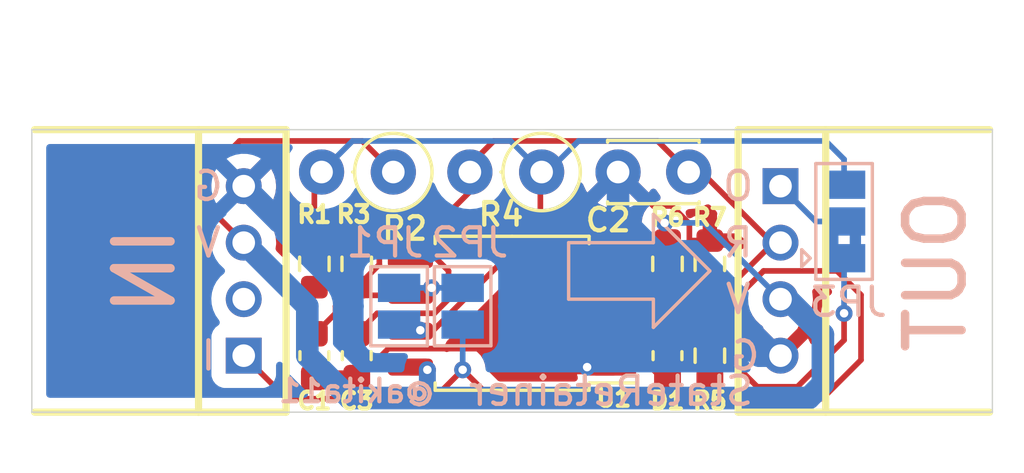
<source format=kicad_pcb>
(kicad_pcb (version 20211014) (generator pcbnew)
  (layers (0 "F.Cu" signal) (31 "B.Cu" signal) (34 "B.Paste" user) (35 "F.Paste" user) (36 "B.SilkS" user "B.Silkscreen") (37 "F.SilkS" user "F.Silkscreen") (38 "B.Mask" user) (39 "F.Mask" user) (44 "Edge.Cuts" user))
  (net 0 "")
  (net 1 "/RST")
  (net 2 "GND")
  (net 3 "Net-(C3-Pad1)")
  (net 4 "/IN")
  (net 6 "VCC")
  (net 7 "/OUT")
  (net 8 "Net-(D1-Pad2)")
  (net 9 "Net-(CN2-Pad1)")
  (net 10 "Net-(JP1-Pad2)")
  (footprint "akita:CON_GROVE_H" (layer "F.Cu") (at 26.5 5 -90)
    (fp_text reference "CN2" hide)
    (fp_text value "CON_GROVE")
    (fp_line (start 5 -1.6) (end 5 -7.4) (layer "F.SilkS") (width 0.254))
    (fp_line (start -5 -7.4) (end -5 -1.6) (layer "F.SilkS") (width 0.254))
    (fp_line (start -5 -1) (end -5 1) (layer "F.SilkS") (width 0.127))
    (fp_line (start -5 -1.6) (end -5 1.5) (layer "F.SilkS") (width 0.254))
    (fp_line (start -5 1.5) (end 5 1.5) (layer "F.SilkS") (width 0.254))
    (fp_line (start 5 1.5) (end 5 -1.6) (layer "F.SilkS") (width 0.254))
    (fp_line (start -5 -1.6) (end 5 -1.6) (layer "F.SilkS") (width 0.254))
    (pad "1" thru_hole rect (at -3 0 270) (size 1.27 1.27) (drill 0.8) (layers *.Cu *.Mask) (net 9 "Net-(CN2-Pad1)"))
    (pad "2" thru_hole circle (at -1 0 270) (size 1.27 1.27) (drill 0.8) (layers *.Cu *.Mask) (net 1 "/RST"))
    (pad "3" thru_hole circle (at 1 0 270) (size 1.27 1.27) (drill 0.8) (layers *.Cu *.Mask) (net 6 "VCC"))
    (pad "4" thru_hole circle (at 3 0 270) (size 1.27 1.27) (drill 0.8) (layers *.Cu *.Mask) (net 2 "GND"))
  )
  (footprint "Resistor_SMD:R_0603_1608Metric" (layer "F.Cu") (at 11.5 4.75 -90)
    (fp_text reference "R2" (at -1.25 -1.7) (layer "F.SilkS") (effects (font (size 0.8 0.8))))
    (fp_text value "R")
    (fp_line (start -0.237258 0.5225) (end 0.237258 0.5225) (layer "F.SilkS") (width 0.12))
    (fp_line (start -0.237258 -0.5225) (end 0.237258 -0.5225) (layer "F.SilkS") (width 0.12))
    (pad "1" smd roundrect locked (at -0.825 0 270) (size 0.8 0.95) (layers "F.Cu" "F.Paste" "F.Mask") (net 10 "Net-(JP1-Pad2)"))
    (pad "2" smd roundrect locked (at 0.825 0 270) (size 0.8 0.95) (layers "F.Cu" "F.Paste" "F.Mask") (net 1 "/RST"))
  )
  (footprint "Resistor_THT:R_Axial_DIN0207_L6.3mm_D2.5mm_P2.54mm_Vertical" (layer "F.Cu") (at 12.795 1.5 180)
    (fp_text reference "R3" (at 1.405 -1.5) (layer "F.SilkS") (effects (font (size 0.6 0.6))))
    (fp_text value "R")
    (fp_line (start 1.37 0) (end 1.44 0) (layer "F.SilkS") (width 0.12))
    (fp_circle (center 0 0) (end 1.37 0) (layer "F.SilkS") (width 0.12) (fill none))
    (pad "1" thru_hole circle locked (at 0 0 180) (size 1.6 1.6) (drill 0.8) (layers *.Cu *.Mask) (net 6 "VCC"))
    (pad "2" thru_hole oval locked (at 2.54 0 180) (size 1.6 1.6) (drill 0.8) (layers *.Cu *.Mask) (net 10 "Net-(JP1-Pad2)"))
  )
  (footprint "Resistor_SMD:R_0603_1608Metric" (layer "F.Cu") (at 22.5 4.75 -90)
    (fp_text reference "R6" (at -1.65 0 180) (layer "F.SilkS") (effects (font (size 0.6 0.6))))
    (fp_text value "10k")
    (fp_line (start -0.237258 -0.5225) (end 0.237258 -0.5225) (layer "F.SilkS") (width 0.12))
    (fp_line (start -0.237258 0.5225) (end 0.237258 0.5225) (layer "F.SilkS") (width 0.12))
    (pad "1" smd roundrect locked (at -0.825 0 270) (size 0.8 0.95) (layers "F.Cu" "F.Paste" "F.Mask") (net 6 "VCC"))
    (pad "2" smd roundrect locked (at 0.825 0 270) (size 0.8 0.95) (layers "F.Cu" "F.Paste" "F.Mask") (net 4 "/IN"))
  )
  (footprint "Resistor_THT:R_Axial_DIN0207_L6.3mm_D2.5mm_P2.54mm_Vertical" (layer "F.Cu") (at 18.045 1.5 180)
    (fp_text reference "R4" (at 1.44 -1.5) (layer "F.SilkS") (effects (font (size 0.8 0.8))))
    (fp_text value "R")
    (fp_line (start 1.37 0) (end 1.44 0) (layer "F.SilkS") (width 0.12))
    (fp_circle (center 0 0) (end 1.37 0) (layer "F.SilkS") (width 0.12) (fill none))
    (pad "1" thru_hole circle locked (at 0 0 180) (size 1.6 1.6) (drill 0.8) (layers *.Cu *.Mask) (net 10 "Net-(JP1-Pad2)"))
    (pad "2" thru_hole oval locked (at 2.54 0 180) (size 1.6 1.6) (drill 0.8) (layers *.Cu *.Mask) (net 1 "/RST"))
  )
  (footprint "Capacitor_SMD:C_0603_1608Metric" (layer "F.Cu") (at 11.5 8 -90)
    (fp_text reference "C3" (at 1.6 0) (layer "F.SilkS") (effects (font (size 0.6 0.6))))
    (fp_text value "0.1u")
    (fp_line (start -0.14058 -0.51) (end 0.14058 -0.51) (layer "F.SilkS") (width 0.12))
    (fp_line (start -0.14058 0.51) (end 0.14058 0.51) (layer "F.SilkS") (width 0.12))
    (pad "1" smd roundrect locked (at -0.775 0 270) (size 0.9 0.95) (layers "F.Cu" "F.Paste" "F.Mask") (net 3 "Net-(C3-Pad1)"))
    (pad "2" smd roundrect locked (at 0.775 0 270) (size 0.9 0.95) (layers "F.Cu" "F.Paste" "F.Mask") (net 2 "GND"))
  )
  (footprint "Capacitor_SMD:C_0603_1608Metric" (layer "F.Cu") (at 10 8 -90)
    (fp_text reference "C1" (at 1.6 0) (layer "F.SilkS") (effects (font (size 0.6 0.6))))
    (fp_text value "C")
    (fp_line (start -0.14058 0.51) (end 0.14058 0.51) (layer "F.SilkS") (width 0.12))
    (fp_line (start -0.14058 -0.51) (end 0.14058 -0.51) (layer "F.SilkS") (width 0.12))
    (pad "1" smd roundrect locked (at -0.775 0 270) (size 0.9 0.95) (layers "F.Cu" "F.Paste" "F.Mask") (net 1 "/RST"))
    (pad "2" smd roundrect locked (at 0.775 0 270) (size 0.9 0.95) (layers "F.Cu" "F.Paste" "F.Mask") (net 2 "GND"))
  )
  (footprint "Resistor_SMD:R_0603_1608Metric" (layer "F.Cu") (at 24 8 -90)
    (fp_text reference "R5" (at 1.6 0 180) (layer "F.SilkS") (effects (font (size 0.6 0.6))))
    (fp_text value "1k")
    (fp_line (start -0.237258 0.5225) (end 0.237258 0.5225) (layer "F.SilkS") (width 0.12))
    (fp_line (start -0.237258 -0.5225) (end 0.237258 -0.5225) (layer "F.SilkS") (width 0.12))
    (pad "1" smd roundrect locked (at -0.825 0 270) (size 0.8 0.95) (layers "F.Cu" "F.Paste" "F.Mask") (net 7 "/OUT"))
    (pad "2" smd roundrect locked (at 0.825 0 270) (size 0.8 0.95) (layers "F.Cu" "F.Paste" "F.Mask") (net 8 "Net-(D1-Pad2)"))
  )
  (footprint "Resistor_SMD:R_0603_1608Metric" (layer "F.Cu") (at 24 4.75 90)
    (fp_text reference "R7" (at 1.65 0 180) (layer "F.SilkS") (effects (font (size 0.6 0.6))))
    (fp_text value "10k")
    (fp_line (start -0.237258 0.5225) (end 0.237258 0.5225) (layer "F.SilkS") (width 0.12))
    (fp_line (start -0.237258 -0.5225) (end 0.237258 -0.5225) (layer "F.SilkS") (width 0.12))
    (pad "1" smd roundrect locked (at -0.825 0 90) (size 0.8 0.95) (layers "F.Cu" "F.Paste" "F.Mask") (net 1 "/RST"))
    (pad "2" smd roundrect locked (at 0.825 0 90) (size 0.8 0.95) (layers "F.Cu" "F.Paste" "F.Mask") (net 2 "GND"))
  )
  (footprint "Capacitor_SMD:C_0603_1608Metric" (layer "F.Cu") (at 22.5 8 90)
    (fp_text reference "D1" (at -1.6 0 180) (layer "F.SilkS") (effects (font (size 0.6 0.6))))
    (fp_text value "LED")
    (fp_line (start -0.14058 0.51) (end 0.14058 0.51) (layer "F.SilkS") (width 0.12))
    (fp_line (start -0.14058 -0.51) (end 0.14058 -0.51) (layer "F.SilkS") (width 0.12))
    (pad "1" smd roundrect locked (at -0.775 0 90) (size 0.9 0.95) (layers "F.Cu" "F.Paste" "F.Mask") (net 2 "GND"))
    (pad "2" smd roundrect locked (at 0.775 0 90) (size 0.9 0.95) (layers "F.Cu" "F.Paste" "F.Mask") (net 8 "Net-(D1-Pad2)"))
  )
  (footprint "Resistor_SMD:R_0603_1608Metric" (layer "F.Cu") (at 10 4.75 90)
    (fp_text reference "R1" (at 1.75 0) (layer "F.SilkS") (effects (font (size 0.6 0.6))))
    (fp_text value "R")
    (fp_line (start -0.237258 -0.5225) (end 0.237258 -0.5225) (layer "F.SilkS") (width 0.12))
    (fp_line (start -0.237258 0.5225) (end 0.237258 0.5225) (layer "F.SilkS") (width 0.12))
    (pad "1" smd roundrect locked (at -0.825 0 90) (size 0.8 0.95) (layers "F.Cu" "F.Paste" "F.Mask") (net 6 "VCC"))
    (pad "2" smd roundrect locked (at 0.825 0 90) (size 0.8 0.95) (layers "F.Cu" "F.Paste" "F.Mask") (net 10 "Net-(JP1-Pad2)"))
  )
  (footprint "Package_SO:SOIC-8_5.23x5.23mm_P1.27mm" (layer "F.Cu") (at 17 6.5 180)
    (fp_text reference "U1" (at -3.6 -3) (layer "F.SilkS") (effects (font (size 0.6 0.6))))
    (fp_text value "IC_555")
    (fp_line (start 0 2.725) (end -2.725 2.725) (layer "F.SilkS") (width 0.12))
    (fp_line (start 0 -2.725) (end 2.725 -2.725) (layer "F.SilkS") (width 0.12))
    (fp_line (start 2.725 2.725) (end 2.725 2.465) (layer "F.SilkS") (width 0.12))
    (fp_line (start -2.725 -2.725) (end -2.725 -2.465) (layer "F.SilkS") (width 0.12))
    (fp_line (start 0 -2.725) (end -2.725 -2.725) (layer "F.SilkS") (width 0.12))
    (fp_line (start 0 2.725) (end 2.725 2.725) (layer "F.SilkS") (width 0.12))
    (fp_line (start -2.725 -2.465) (end -4.4 -2.465) (layer "F.SilkS") (width 0.12))
    (fp_line (start -2.725 2.725) (end -2.725 2.465) (layer "F.SilkS") (width 0.12))
    (fp_line (start 2.725 -2.725) (end 2.725 -2.465) (layer "F.SilkS") (width 0.12))
    (pad "1" smd roundrect locked (at -3.6 -1.905 180) (size 1.6 0.6) (layers "F.Cu" "F.Paste" "F.Mask") (net 2 "GND"))
    (pad "2" smd roundrect locked (at -3.6 -0.635 180) (size 1.6 0.6) (layers "F.Cu" "F.Paste" "F.Mask") (net 4 "/IN"))
    (pad "3" smd roundrect locked (at -3.6 0.635 180) (size 1.6 0.6) (layers "F.Cu" "F.Paste" "F.Mask") (net 7 "/OUT"))
    (pad "4" smd roundrect locked (at -3.6 1.905 180) (size 1.6 0.6) (layers "F.Cu" "F.Paste" "F.Mask") (net 6 "VCC"))
    (pad "5" smd roundrect locked (at 3.6 1.905 180) (size 1.6 0.6) (layers "F.Cu" "F.Paste" "F.Mask") (net 3 "Net-(C3-Pad1)"))
    (pad "6" smd roundrect locked (at 3.6 0.635 180) (size 1.6 0.6) (layers "F.Cu" "F.Paste" "F.Mask") (net 1 "/RST"))
    (pad "7" smd roundrect locked (at 3.6 -0.635 180) (size 1.6 0.6) (layers "F.Cu" "F.Paste" "F.Mask") (net 10 "Net-(JP1-Pad2)"))
    (pad "8" smd roundrect locked (at 3.6 -1.905 180) (size 1.6 0.6) (layers "F.Cu" "F.Paste" "F.Mask") (net 6 "VCC"))
  )
  (footprint "akita:CON_GROVE_H" (layer "F.Cu") (at 7.5 5 90)
    (fp_text reference "CN1" hide)
    (fp_text value "CON_GROVE")
    (fp_line (start -5 -1.6) (end -5 1.5) (layer "F.SilkS") (width 0.254))
    (fp_line (start -5 1.5) (end 5 1.5) (layer "F.SilkS") (width 0.254))
    (fp_line (start -5 -1.6) (end 5 -1.6) (layer "F.SilkS") (width 0.254))
    (fp_line (start -5 -1) (end -5 1) (layer "F.SilkS") (width 0.127))
    (fp_line (start -5 -7.4) (end -5 -1.6) (layer "F.SilkS") (width 0.254))
    (fp_line (start 5 -1.6) (end 5 -7.4) (layer "F.SilkS") (width 0.254))
    (fp_line (start 5 1.5) (end 5 -1.6) (layer "F.SilkS") (width 0.254))
    (pad "1" thru_hole rect (at -3 0 90) (size 1.27 1.27) (drill 0.8) (layers *.Cu *.Mask) (net 4 "/IN"))
    (pad "2" thru_hole circle (at -1 0 90) (size 1.27 1.27) (drill 0.8) (layers *.Cu *.Mask))
    (pad "3" thru_hole circle (at 1 0 90) (size 1.27 1.27) (drill 0.8) (layers *.Cu *.Mask) (net 6 "VCC"))
    (pad "4" thru_hole circle (at 3 0 90) (size 1.27 1.27) (drill 0.8) (layers *.Cu *.Mask) (net 2 "GND"))
  )
  (footprint "Capacitor_THT:C_Disc_D3.0mm_W2.0mm_P2.50mm" (layer "F.Cu") (at 23.25 1.5 180)
    (fp_text reference "C2" (at 2.85 -1.7) (layer "F.SilkS") (effects (font (size 0.8 0.8))))
    (fp_text value "C")
    (fp_line (start 2.87 1.055) (end 2.87 1.12) (layer "F.SilkS") (width 0.12))
    (fp_line (start -0.37 -1.12) (end 2.87 -1.12) (layer "F.SilkS") (width 0.12))
    (fp_line (start -0.37 1.055) (end -0.37 1.12) (layer "F.SilkS") (width 0.12))
    (fp_line (start 2.87 -1.12) (end 2.87 -1.055) (layer "F.SilkS") (width 0.12))
    (fp_line (start -0.37 -1.12) (end -0.37 -1.055) (layer "F.SilkS") (width 0.12))
    (fp_line (start -0.37 1.12) (end 2.87 1.12) (layer "F.SilkS") (width 0.12))
    (pad "1" thru_hole circle locked (at 0 0 180) (size 1.6 1.6) (drill 0.8) (layers *.Cu *.Mask) (net 1 "/RST"))
    (pad "2" thru_hole circle locked (at 2.5 0 180) (size 1.6 1.6) (drill 0.8) (layers *.Cu *.Mask) (net 2 "GND"))
  )
  (footprint "Jumper:SolderJumper-3_P1.3mm_Bridged2Bar12_Pad1.0x1.5mm" (layer "B.Cu") (at 28.75 3.25 90)
    (fp_text reference "JP3" (at -2.85 0.15 180) (layer "B.SilkS") (effects (justify mirror)))
    (fp_text value "Jumper_3_Bridged12")
    (fp_poly (pts (xy -0.9 0.6) (xy -0.4 0.6) (xy -0.4 0.2) (xy -0.9 0.2)) (layer "B.Cu") (width 0) (fill solid))
    (fp_poly (pts (xy -0.9 -0.2) (xy -0.4 -0.2) (xy -0.4 -0.6) (xy -0.9 -0.6)) (layer "B.Cu") (width 0) (fill solid))
    (fp_line (start -2.05 -1) (end -2.05 1) (layer "B.SilkS") (width 0.12))
    (fp_line (start 2.05 1) (end 2.05 -1) (layer "B.SilkS") (width 0.12))
    (fp_line (start 2.05 -1) (end -2.05 -1) (layer "B.SilkS") (width 0.12))
    (fp_line (start -1.6 -1.5) (end -1 -1.5) (layer "B.SilkS") (width 0.12))
    (fp_line (start -1.3 -1.2) (end -1 -1.5) (layer "B.SilkS") (width 0.12))
    (fp_line (start -2.05 1) (end 2.05 1) (layer "B.SilkS") (width 0.12))
    (fp_line (start -1.3 -1.2) (end -1.6 -1.5) (layer "B.SilkS") (width 0.12))
    (pad "1" smd rect locked (at -1.3 0 90) (size 1 1.5) (layers "B.Cu" "B.Mask") (net 7 "/OUT"))
    (pad "2" smd rect locked (at 0 0 90) (size 1 1.5) (layers "B.Cu" "B.Mask") (net 9 "Net-(CN2-Pad1)"))
    (pad "3" smd rect locked (at 1.3 0 90) (size 1 1.5) (layers "B.Cu" "B.Mask") (net 10 "Net-(JP1-Pad2)"))
  )
  (footprint "Jumper:SolderJumper-2_P1.3mm_Open_Pad1.0x1.5mm" (layer "B.Cu") (at 15.25 6.25 -90)
    (fp_text reference "JP2" (at -2.25 -0.25) (layer "B.SilkS") (effects (justify mirror)))
    (fp_text value "Jumper_2_Open")
    (fp_line (start 1.4 -1) (end -1.4 -1) (layer "B.SilkS") (width 0.12))
    (fp_line (start -1.4 1) (end 1.4 1) (layer "B.SilkS") (width 0.12))
    (fp_line (start 1.4 1) (end 1.4 -1) (layer "B.SilkS") (width 0.12))
    (fp_line (start -1.4 -1) (end -1.4 1) (layer "B.SilkS") (width 0.12))
    (pad "1" smd rect locked (at -0.65 0 270) (size 1 1.5) (layers "B.Cu" "B.Mask") (net 1 "/RST"))
    (pad "2" smd rect locked (at 0.65 0 270) (size 1 1.5) (layers "B.Cu" "B.Mask") (net 4 "/IN"))
  )
  (footprint "Jumper:SolderJumper-2_P1.3mm_Open_Pad1.0x1.5mm" (layer "B.Cu") (at 13 6.25 -90)
    (fp_text reference "JP1" (at -2.25 0.5 180) (layer "B.SilkS") (effects (justify mirror)))
    (fp_text value "Jumper_2_Open")
    (fp_line (start -1.4 -1) (end -1.4 1) (layer "B.SilkS") (width 0.12))
    (fp_line (start -1.4 1) (end 1.4 1) (layer "B.SilkS") (width 0.12))
    (fp_line (start 1.4 1) (end 1.4 -1) (layer "B.SilkS") (width 0.12))
    (fp_line (start 1.4 -1) (end -1.4 -1) (layer "B.SilkS") (width 0.12))
    (pad "1" smd rect locked (at -0.65 0 270) (size 1 1.5) (layers "B.Cu" "B.Mask") (net 1 "/RST"))
    (pad "2" smd rect locked (at 0.65 0 270) (size 1 1.5) (layers "B.Cu" "B.Mask") (net 10 "Net-(JP1-Pad2)"))
  )
  (gr_line (start 24 5) (end 22 7) (layer "B.SilkS") (width 0.12))
  (gr_line (start 19 4) (end 22 4) (layer "B.SilkS") (width 0.12))
  (gr_line (start 22 6) (end 19 6) (layer "B.SilkS") (width 0.12))
  (gr_line (start 22 7) (end 22 6) (layer "B.SilkS") (width 0.12))
  (gr_line (start 22 3) (end 24 5) (layer "B.SilkS") (width 0.12))
  (gr_line (start 22 4) (end 22 3) (layer "B.SilkS") (width 0.12))
  (gr_line (start 19 6) (end 19 4) (layer "B.SilkS") (width 0.12))
  (gr_line (start 34 0) (end 34 10) (layer "Edge.Cuts") (width 0.05))
  (gr_line (start 0 10) (end 0 0) (layer "Edge.Cuts") (width 0.05))
  (gr_line (start 0 0) (end 34 0) (layer "Edge.Cuts") (width 0.05))
  (gr_line (start 34 10) (end 0 10) (layer "Edge.Cuts") (width 0.05))
  (gr_text "G" (at 25.25 8) (layer "B.SilkS") (effects (font (size 1 1)) (justify mirror)))
  (gr_text "R" (at 25 4) (layer "B.SilkS") (effects (font (size 1 1)) (justify mirror)))
  (gr_text "V" (at 25 6) (layer "B.SilkS") (effects (font (size 1 1)) (justify mirror)))
  (gr_text "OUT\n" (at 32 5 90) (layer "B.SilkS") (effects (font (size 2 2) (thickness 0.3)) (justify mirror)))
  (gr_text "O" (at 25 2) (layer "B.SilkS") (effects (font (size 1 1)) (justify mirror)))
  (gr_text "I\n" (at 6.25 8) (layer "B.SilkS") (effects (font (size 1 1)) (justify mirror)))
  (gr_text "StateRetainer" (at 20.5 9.25) (layer "B.SilkS") (effects (font (size 1 1)) (justify mirror)))
  (gr_text "G" (at 6.25 2) (layer "B.SilkS") (effects (font (size 1 1)) (justify mirror)))
  (gr_text "IN" (at 4 5 90) (layer "B.SilkS") (effects (font (size 2 2) (thickness 0.3)) (justify mirror)))
  (gr_text "@akita11" (at 11.5 9.25) (layer "B.SilkS") (effects (font (size 0.8 0.8)) (justify mirror)))
  (gr_text "V" (at 6.25 4) (layer "B.SilkS") (effects (font (size 1 1)) (justify mirror)))
  (segment (start 11.425 5.575) (end 10.75 6.25) (width 0.2) (layer "F.Cu") (net 1))
  (segment (start 11.5 5.575) (end 12.30048 4.77452) (width 0.2) (layer "F.Cu") (net 1))
  (segment (start 10 7.225) (end 10.025 7.225) (width 0.2) (layer "F.Cu") (net 1))
  (segment (start 12.30048 4.258803) (end 13.259283 3.3) (width 0.2) (layer "F.Cu") (net 1))
  (segment (start 11.5 5.575) (end 11.425 5.575) (width 0.2) (layer "F.Cu") (net 1))
  (segment (start 16.349511 0.400489) (end 15.25 1.5) (width 0.2) (layer "F.Cu") (net 1))
  (segment (start 11.865 5.865) (end 11.75 5.75) (width 0.2) (layer "F.Cu") (net 1))
  (segment (start 14.4 3.3) (end 15.5 2.2) (width 0.2) (layer "F.Cu") (net 1))
  (segment (start 26.2 4) (end 23.7 1.5) (width 0.2) (layer "F.Cu") (net 1))
  (segment (start 24 5.575) (end 24.675 5.575) (width 0.2) (layer "F.Cu") (net 1))
  (segment (start 11.75 5.75) (end 11.75 5.5) (width 0.2) (layer "F.Cu") (net 1))
  (segment (start 11.615 5.865) (end 11.5 5.75) (width 0.2) (layer "F.Cu") (net 1))
  (segment (start 15.5 2.2) (end 15.5 1.5) (width 0.2) (layer "F.Cu") (net 1))
  (segment (start 23.7 1.5) (end 23.25 1.5) (width 0.2) (layer "F.Cu") (net 1))
  (segment (start 26.25 4) (end 26.2 4) (width 0.2) (layer "F.Cu") (net 1))
  (segment (start 24.675 5.575) (end 26.25 4) (width 0.2) (layer "F.Cu") (net 1))
  (segment (start 22.150489 0.400489) (end 16.349511 0.400489) (width 0.2) (layer "F.Cu") (net 1))
  (segment (start 13.259283 3.3) (end 14.4 3.3) (width 0.2) (layer "F.Cu") (net 1))
  (segment (start 11.5 5.75) (end 11.5 5.5) (width 0.2) (layer "F.Cu") (net 1))
  (segment (start 10.025 7.225) (end 10.75 6.5) (width 0.2) (layer "F.Cu") (net 1))
  (segment (start 12.30048 4.77452) (end 12.30048 4.258803) (width 0.2) (layer "F.Cu") (net 1))
  (segment (start 10.75 6.5) (end 10.75 6.25) (width 0.2) (layer "F.Cu") (net 1))
  (segment (start 23.25 1.5) (end 22.150489 0.400489) (width 0.2) (layer "F.Cu") (net 1))
  (segment (start 13.4 5.865) (end 11.865 5.865) (width 0.2) (layer "F.Cu") (net 1))
  (segment (start 10 7.475) (end 10 7.25) (width 0.2) (layer "F.Cu") (net 1))
  (via (at 14.15 5.6) (size 0.6) (drill 0.3) (layers "F.Cu" "B.Cu") (net 1))
  (segment (start 14.15 5.6) (end 13.15 5.6) (width 0.2) (layer "B.Cu") (net 1))
  (segment (start 13.15 5.6) (end 13 5.75) (width 0.2) (layer "B.Cu") (net 1))
  (segment (start 15.25 5.6) (end 14.15 5.6) (width 0.2) (layer "B.Cu") (net 1))
  (segment (start 22.648327 2.700489) (end 22.000489 2.700489) (width 0.2) (layer "F.Cu") (net 2))
  (segment (start 10 8.775) (end 11.475 8.775) (width 0.2) (layer "F.Cu") (net 2))
  (segment (start 11.725 9.025) (end 11.725 8.644283) (width 0.2) (layer "F.Cu") (net 2))
  (segment (start 21.905 8.405) (end 22.5 9) (width 0.2) (layer "F.Cu") (net 2))
  (segment (start 20.8 1.5) (end 20.75 1.5) (width 0.2) (layer "F.Cu") (net 2))
  (segment (start 11.475 8.775) (end 11.5 8.75) (width 0.2) (layer "F.Cu") (net 2))
  (segment (start 23.27452 3.326682) (end 22.648327 2.700489) (width 0.2) (layer "F.Cu") (net 2))
  (segment (start 22.000489 2.700489) (end 20.8 1.5) (width 0.2) (layer "F.Cu") (net 2))
  (segment (start 19 7.75) (end 19.655 8.405) (width 0.2) (layer "F.Cu") (net 2))
  (segment (start 24 3.925) (end 23.27452 3.925) (width 0.2) (layer "F.Cu") (net 2))
  (segment (start 11.725 8.644283) (end 12.619283 7.75) (width 0.2) (layer "F.Cu") (net 2))
  (segment (start 20.6 8.405) (end 19.655 8.405) (width 0.6) (layer "F.Cu") (net 2))
  (segment (start 23.27452 3.925) (end 23.27452 3.326682) (width 0.2) (layer "F.Cu") (net 2))
  (segment (start 20.6 8.405) (end 21.905 8.405) (width 0.2) (layer "F.Cu") (net 2))
  (segment (start 12.619283 7.75) (end 19 7.75) (width 0.2) (layer "F.Cu") (net 2))
  (via (at 19.655 8.405) (size 0.6) (drill 0.3) (layers "F.Cu" "B.Cu") (net 2))
  (segment (start 20.5 3.25) (end 21 3.25) (width 0.8) (layer "B.Cu") (net 2))
  (segment (start 19.655 8.405) (end 19.25 8) (width 0.6) (layer "B.Cu") (net 2))
  (segment (start 20.75 1.5) (end 20.75 3) (width 0.8) (layer "B.Cu") (net 2))
  (segment (start 7.5 2) (end 8.75 3.25) (width 0.8) (layer "B.Cu") (net 2))
  (segment (start 8.75 3.25) (end 19.25 3.25) (width 0.8) (layer "B.Cu") (net 2))
  (segment (start 21 3.25) (end 25.75 8) (width 0.8) (layer "B.Cu") (net 2))
  (segment (start 19.25 8) (end 19.25 3.25) (width 0.6) (layer "B.Cu") (net 2))
  (segment (start 19.25 3.25) (end 20.5 3.25) (width 0.8) (layer "B.Cu") (net 2))
  (segment (start 25.75 8) (end 26.5 8) (width 0.8) (layer "B.Cu") (net 2))
  (segment (start 20.75 3) (end 20.5 3.25) (width 0.8) (layer "B.Cu") (net 2))
  (segment (start 14.25 4.5) (end 13.25 4.5) (width 0.2) (layer "F.Cu") (net 3))
  (segment (start 12.225011 6.499989) (end 14.250011 6.499989) (width 0.2) (layer "F.Cu") (net 3))
  (segment (start 14.749511 4.999511) (end 14.25 4.5) (width 0.2) (layer "F.Cu") (net 3))
  (segment (start 14.250011 6.499989) (end 14.749511 6.000489) (width 0.2) (layer "F.Cu") (net 3))
  (segment (start 14.749511 6.000489) (end 14.749511 4.999511) (width 0.2) (layer "F.Cu") (net 3))
  (segment (start 11.5 7.225) (end 12.225011 6.499989) (width 0.2) (layer "F.Cu") (net 3))
  (segment (start 24.62548 6.27452) (end 25.9 5) (width 0.2) (layer "F.Cu") (net 4))
  (segment (start 23.22548 5.981907) (end 23.518093 6.27452) (width 0.2) (layer "F.Cu") (net 4))
  (segment (start 22.19048 5.26548) (end 19.763803 5.26548) (width 0.2) (layer "F.Cu") (net 4))
  (segment (start 22.5 5.575) (end 23.096787 5.575) (width 0.2) (layer "F.Cu") (net 4))
  (segment (start 27.97548 9.52452) (end 16.27452 9.52452) (width 0.2) (layer "F.Cu") (net 4))
  (segment (start 14.22548 9.52452) (end 9.02452 9.52452) (width 0.2) (layer "F.Cu") (net 4))
  (segment (start 9.02452 9.52452) (end 7.5 8) (width 0.2) (layer "F.Cu") (net 4))
  (segment (start 23.518093 6.27452) (end 24.62548 6.27452) (width 0.2) (layer "F.Cu") (net 4))
  (segment (start 19.763803 5.26548) (end 19.5 5.529283) (width 0.2) (layer "F.Cu") (net 4))
  (segment (start 20 7) (end 20.75 7) (width 0.2) (layer "F.Cu") (net 4))
  (segment (start 22.5 5.575) (end 22.19048 5.26548) (width 0.2) (layer "F.Cu") (net 4))
  (segment (start 28.5 5) (end 29.349511 5.849511) (width 0.2) (layer "F.Cu") (net 4))
  (segment (start 19.5 6.5) (end 20 7) (width 0.2) (layer "F.Cu") (net 4))
  (segment (start 15.25 8.5) (end 14.22548 9.52452) (width 0.2) (layer "F.Cu") (net 4))
  (segment (start 29.349511 5.849511) (end 29.349511 8.150489) (width 0.2) (layer "F.Cu") (net 4))
  (segment (start 23.096787 5.575) (end 23.22548 5.703693) (width 0.2) (layer "F.Cu") (net 4))
  (segment (start 20.6 7.135) (end 20.465 7) (width 0.2) (layer "F.Cu") (net 4))
  (segment (start 25.9 5) (end 28.5 5) (width 0.2) (layer "F.Cu") (net 4))
  (segment (start 19.5 5.529283) (end 19.5 6.5) (width 0.2) (layer "F.Cu") (net 4))
  (segment (start 16.27452 9.52452) (end 15.25 8.5) (width 0.2) (layer "F.Cu") (net 4))
  (segment (start 23.22548 5.703693) (end 23.22548 5.981907) (width 0.2) (layer "F.Cu") (net 4))
  (segment (start 29.349511 8.150489) (end 27.97548 9.52452) (width 0.2) (layer "F.Cu") (net 4))
  (via (at 15.25 8.5) (size 0.6) (drill 0.3) (layers "F.Cu" "B.Cu") (net 4))
  (segment (start 15.25 8.5) (end 15.25 6.9) (width 0.2) (layer "B.Cu") (net 4))
  (segment (start 6.25 1.5) (end 6.25 2.75) (width 0.2) (layer "F.Cu") (net 6))
  (segment (start 7.349511 0.400489) (end 6.25 1.5) (width 0.2) (layer "F.Cu") (net 6))
  (segment (start 6.25 2.75) (end 7.5 4) (width 0.2) (layer "F.Cu") (net 6))
  (segment (start 21.65 4.75) (end 20.75 4.75) (width 0.2) (layer "F.Cu") (net 6))
  (segment (start 22.5 3.925) (end 22.475 3.925) (width 0.2) (layer "F.Cu") (net 6))
  (segment (start 10 5.575) (end 9.075 5.575) (width 0.2) (layer "F.Cu") (net 6))
  (segment (start 9.075 5.575) (end 7.5 4) (width 0.2) (layer "F.Cu") (net 6))
  (segment (start 13.905 8.405) (end 14 8.5) (width 0.6) (layer "F.Cu") (net 6))
  (segment (start 22.4 3.3) (end 22.5 3.4) (width 0.2) (layer "F.Cu") (net 6))
  (segment (start 22.475 3.925) (end 21.65 4.75) (width 0.2) (layer "F.Cu") (net 6))
  (segment (start 12.795 1.5) (end 11.695489 0.400489) (width 0.2) (layer "F.Cu") (net 6))
  (segment (start 13.4 8.405) (end 13.905 8.405) (width 0.6) (layer "F.Cu") (net 6))
  (segment (start 11.695489 0.400489) (end 7.349511 0.400489) (width 0.2) (layer "F.Cu") (net 6))
  (segment (start 22.5 3.4) (end 22.5 3.925) (width 0.2) (layer "F.Cu") (net 6))
  (via (at 22.4 3.3) (size 0.6) (drill 0.3) (layers "F.Cu" "B.Cu") (net 6))
  (via (at 14 8.5) (size 0.6) (drill 0.3) (layers "F.Cu" "B.Cu") (net 6))
  (segment (start 9.75 6.25) (end 9.75 8) (width 0.8) (layer "B.Cu") (net 6))
  (segment (start 28 9) (end 28 7.25) (width 0.8) (layer "B.Cu") (net 6))
  (segment (start 26.75 6) (end 26.5 6) (width 0.8) (layer "B.Cu") (net 6))
  (segment (start 22.4 3.3) (end 23.8 3.3) (width 0.2) (layer "B.Cu") (net 6))
  (segment (start 9.75 8) (end 11.25 9.5) (width 0.8) (layer "B.Cu") (net 6))
  (segment (start 28 7.25) (end 26.75 6) (width 0.8) (layer "B.Cu") (net 6))
  (segment (start 23.8 3.3) (end 26.5 6) (width 0.2) (layer "B.Cu") (net 6))
  (segment (start 11.25 9.5) (end 14 9.5) (width 0.8) (layer "B.Cu") (net 6))
  (segment (start 7.5 4) (end 9.75 6.25) (width 0.8) (layer "B.Cu") (net 6))
  (segment (start 14 8.5) (end 14 9.5) (width 0.6) (layer "B.Cu") (net 6))
  (segment (start 14 9.5) (end 27.5 9.5) (width 0.8) (layer "B.Cu") (net 6))
  (segment (start 27.5 9.5) (end 28 9) (width 0.8) (layer "B.Cu") (net 6))
  (segment (start 25.675 9.1) (end 27.1 9.1) (width 0.2) (layer "F.Cu") (net 7))
  (segment (start 21.25 6) (end 20.5 6) (width 0.2) (layer "F.Cu") (net 7))
  (segment (start 23.37404 6.67404) (end 23.352606 6.674039) (width 0.2) (layer "F.Cu") (net 7))
  (segment (start 24 7.175) (end 23.875 7.175) (width 0.2) (layer "F.Cu") (net 7))
  (segment (start 23.352606 6.674039) (end 23.078567 6.4) (width 0.2) (layer "F.Cu") (net 7))
  (segment (start 23.078567 6.4) (end 21.65 6.4) (width 0.2) (layer "F.Cu") (net 7))
  (segment (start 23.875 7.175) (end 23.37404 6.67404) (width 0.2) (layer "F.Cu") (net 7))
  (segment (start 21.65 6.4) (end 21.25 6) (width 0.2) (layer "F.Cu") (net 7))
  (segment (start 27.1 9.1) (end 28.75 7.45) (width 0.2) (layer "F.Cu") (net 7))
  (segment (start 28.75 7.45) (end 28.75 6.5) (width 0.2) (layer "F.Cu") (net 7))
  (segment (start 24 7.425) (end 25.675 9.1) (width 0.2) (layer "F.Cu") (net 7))
  (via (at 28.75 6.5) (size 0.6) (drill 0.3) (layers "F.Cu" "B.Cu") (net 7))
  (segment (start 28.75 6.5) (end 28.75 4.5) (width 0.2) (layer "B.Cu") (net 7))
  (segment (start 24 9.075) (end 24 8.75) (width 0.2) (layer "F.Cu") (net 8))
  (segment (start 22.5 7.225) (end 24 8.725) (width 0.2) (layer "F.Cu") (net 8))
  (segment (start 24 8.725) (end 24 9) (width 0.2) (layer "F.Cu") (net 8))
  (segment (start 27.75 3.25) (end 26.5 2) (width 0.2) (layer "B.Cu") (net 9))
  (segment (start 28.75 3.25) (end 27.75 3.25) (width 0.2) (layer "B.Cu") (net 9))
  (segment (start 10 3.925) (end 10 1.5) (width 0.2) (layer "F.Cu") (net 10))
  (segment (start 11.325 3.925) (end 11.5 3.75) (width 0.2) (layer "F.Cu") (net 10))
  (segment (start 14.215506 7.0995) (end 18 3.315006) (width 0.2) (layer "F.Cu") (net 10))
  (segment (start 10 3.925) (end 11.325 3.925) (width 0.2) (layer "F.Cu") (net 10))
  (segment (start 10 1.5) (end 10.25 1.25) (width 0.2) (layer "F.Cu") (net 10))
  (segment (start 13.75 7.0995) (end 14.215506 7.0995) (width 0.2) (layer "F.Cu") (net 10))
  (segment (start 18 3.315006) (end 18 1.5) (width 0.2) (layer "F.Cu") (net 10))
  (via (at 13.75 7.0995) (size 0.6) (drill 0.3) (layers "F.Cu" "B.Cu") (net 10))
  (segment (start 18.045 1.5) (end 16.945489 0.400489) (width 0.2) (layer "B.Cu") (net 10))
  (segment (start 13.5505 6.9) (end 13.75 7.0995) (width 0.2) (layer "B.Cu") (net 10))
  (segment (start 28.75 1.05) (end 28.100489 0.400489) (width 0.2) (layer "B.Cu") (net 10))
  (segment (start 11.349511 0.400489) (end 10.25 1.5) (width 0.2) (layer "B.Cu") (net 10))
  (segment (start 13 6.9) (end 13.5505 6.9) (width 0.2) (layer "B.Cu") (net 10))
  (segment (start 28.75 1.95) (end 28.75 1.05) (width 0.2) (layer "B.Cu") (net 10))
  (segment (start 28.100489 0.400489) (end 19.349511 0.400489) (width 0.2) (layer "B.Cu") (net 10))
  (segment (start 16.945489 0.400489) (end 11.349511 0.400489) (width 0.2) (layer "B.Cu") (net 10))
  (segment (start 19.349511 0.400489) (end 18.25 1.5) (width 0.2) (layer "B.Cu") (net 10))
  (zone (net 2) (net_name "GND") (layers F&B.Cu) (connect_pads (clearance 0.508)) (min_thickness 0.254) (fill yes (thermal_gap 0.508) (thermal_bridge_width 0.508))
    (polygon (pts (xy 35 10) (xy -1 10) (xy -1 0) (xy 35 0)))
  )
)
</source>
